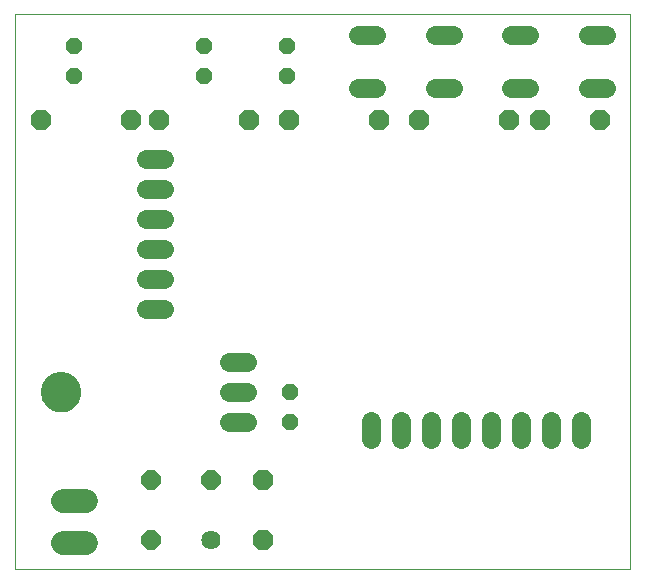
<source format=gbs>
G75*
G70*
%OFA0B0*%
%FSLAX24Y24*%
%IPPOS*%
%LPD*%
%AMOC8*
5,1,8,0,0,1.08239X$1,22.5*
%
%ADD10C,0.0000*%
%ADD11OC8,0.0670*%
%ADD12OC8,0.0540*%
%ADD13C,0.0790*%
%ADD14C,0.0640*%
%ADD15C,0.0640*%
%ADD16OC8,0.0640*%
%ADD17OC8,0.0560*%
%ADD18C,0.1340*%
D10*
X000258Y000893D02*
X000258Y019397D01*
X020731Y019397D01*
X020731Y000893D01*
X000258Y000893D01*
X001114Y006798D02*
X001116Y006848D01*
X001122Y006898D01*
X001132Y006948D01*
X001145Y006996D01*
X001162Y007044D01*
X001183Y007090D01*
X001207Y007134D01*
X001235Y007176D01*
X001266Y007216D01*
X001300Y007253D01*
X001337Y007288D01*
X001376Y007319D01*
X001417Y007348D01*
X001461Y007373D01*
X001507Y007395D01*
X001554Y007413D01*
X001602Y007427D01*
X001651Y007438D01*
X001701Y007445D01*
X001751Y007448D01*
X001802Y007447D01*
X001852Y007442D01*
X001902Y007433D01*
X001950Y007421D01*
X001998Y007404D01*
X002044Y007384D01*
X002089Y007361D01*
X002132Y007334D01*
X002172Y007304D01*
X002210Y007271D01*
X002245Y007235D01*
X002278Y007196D01*
X002307Y007155D01*
X002333Y007112D01*
X002356Y007067D01*
X002375Y007020D01*
X002390Y006972D01*
X002402Y006923D01*
X002410Y006873D01*
X002414Y006823D01*
X002414Y006773D01*
X002410Y006723D01*
X002402Y006673D01*
X002390Y006624D01*
X002375Y006576D01*
X002356Y006529D01*
X002333Y006484D01*
X002307Y006441D01*
X002278Y006400D01*
X002245Y006361D01*
X002210Y006325D01*
X002172Y006292D01*
X002132Y006262D01*
X002089Y006235D01*
X002044Y006212D01*
X001998Y006192D01*
X001950Y006175D01*
X001902Y006163D01*
X001852Y006154D01*
X001802Y006149D01*
X001751Y006148D01*
X001701Y006151D01*
X001651Y006158D01*
X001602Y006169D01*
X001554Y006183D01*
X001507Y006201D01*
X001461Y006223D01*
X001417Y006248D01*
X001376Y006277D01*
X001337Y006308D01*
X001300Y006343D01*
X001266Y006380D01*
X001235Y006420D01*
X001207Y006462D01*
X001183Y006506D01*
X001162Y006552D01*
X001145Y006600D01*
X001132Y006648D01*
X001122Y006698D01*
X001116Y006748D01*
X001114Y006798D01*
D11*
X008526Y003861D03*
X008526Y001861D03*
X008057Y015853D03*
X009388Y015853D03*
X012388Y015853D03*
X013719Y015853D03*
X016719Y015853D03*
X017762Y015853D03*
X019762Y015853D03*
X005057Y015853D03*
X004120Y015853D03*
X001120Y015853D03*
D12*
X009428Y006798D03*
X009428Y005798D03*
D13*
X002602Y003156D02*
X001852Y003156D01*
X001852Y001778D02*
X002602Y001778D01*
D14*
X007364Y005798D02*
X007964Y005798D01*
X007964Y006798D02*
X007364Y006798D01*
X007364Y007798D02*
X007964Y007798D01*
X005208Y009560D02*
X004608Y009560D01*
X004608Y010560D02*
X005208Y010560D01*
X005208Y011560D02*
X004608Y011560D01*
X004608Y012560D02*
X005208Y012560D01*
X005208Y013560D02*
X004608Y013560D01*
X004608Y014560D02*
X005208Y014560D01*
X011670Y016932D02*
X012270Y016932D01*
X012270Y018712D02*
X011670Y018712D01*
X014230Y018712D02*
X014830Y018712D01*
X014830Y016932D02*
X014230Y016932D01*
X016789Y016932D02*
X017389Y016932D01*
X017389Y018712D02*
X016789Y018712D01*
X019349Y018712D02*
X019949Y018712D01*
X019949Y016932D02*
X019349Y016932D01*
X019113Y005842D02*
X019113Y005242D01*
X018113Y005242D02*
X018113Y005842D01*
X017113Y005842D02*
X017113Y005242D01*
X016113Y005242D02*
X016113Y005842D01*
X015113Y005842D02*
X015113Y005242D01*
X014113Y005242D02*
X014113Y005842D01*
X013113Y005842D02*
X013113Y005242D01*
X012113Y005242D02*
X012113Y005842D01*
D15*
X006770Y001861D03*
D16*
X004770Y001861D03*
X004770Y003861D03*
X006770Y003861D03*
D17*
X006557Y017322D03*
X006557Y018322D03*
X009313Y018322D03*
X009313Y017322D03*
X002227Y017322D03*
X002227Y018322D03*
D18*
X001764Y006798D03*
M02*

</source>
